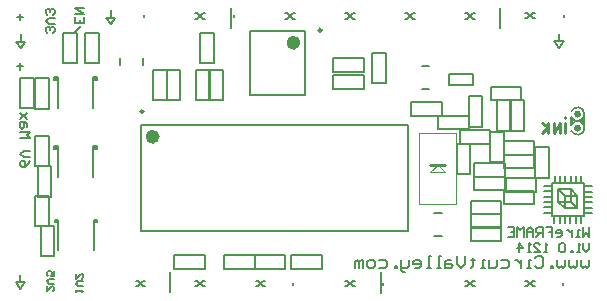
<source format=gbo>
G04 Layer_Color=32896*
%FSLAX25Y25*%
%MOIN*%
G70*
G01*
G75*
%ADD10C,0.01000*%
%ADD12C,0.00800*%
%ADD40C,0.00700*%
%ADD59C,0.00984*%
%ADD61C,0.02362*%
%ADD62C,0.00600*%
%ADD64C,0.00750*%
%ADD65C,0.00500*%
%ADD66C,0.00787*%
%ADD110C,0.00400*%
D10*
X178900Y54700D02*
Y58100D01*
X180600Y54700D02*
Y58000D01*
Y54700D02*
X182800Y58000D01*
Y54700D02*
Y58000D01*
X184500Y59700D02*
Y60100D01*
Y54800D02*
Y58100D01*
X176846Y54753D02*
X178695Y56549D01*
X176700Y58000D02*
X178695Y56549D01*
D12*
X186541Y59970D02*
G03*
X186541Y62030I2059J1030D01*
G01*
X188961Y56300D02*
G03*
X188961Y56300I-361J0D01*
G01*
Y61000D02*
G03*
X188961Y61000I-361J0D01*
G01*
X186541Y55370D02*
G03*
X186583Y57509I2059J1030D01*
G01*
X180000Y36860D02*
Y37060D01*
X177500D02*
X180000D01*
X177500Y35280D02*
X180000D01*
X177500Y31720D02*
X180000D01*
X177500Y33500D02*
X180000D01*
Y33400D02*
Y33500D01*
X177500Y28160D02*
X180000D01*
X177500Y29940D02*
X180000D01*
Y29840D02*
Y29940D01*
X180900Y27160D02*
X181100D01*
X180900Y24660D02*
Y27160D01*
X182680Y24660D02*
Y27160D01*
X186240Y24660D02*
Y27160D01*
X184460Y24660D02*
Y27160D01*
X184560D01*
X189800Y24660D02*
Y27160D01*
X188020Y24660D02*
Y27160D01*
X188120D01*
X190800Y28060D02*
Y28260D01*
Y28060D02*
X193300D01*
X190800Y29840D02*
X193300D01*
X190800Y33400D02*
X193300D01*
X190800Y31620D02*
X193300D01*
X190800D02*
Y31720D01*
Y36960D02*
X193300D01*
X190800Y35180D02*
X193300D01*
X190800D02*
Y35280D01*
X182680Y37960D02*
X182780D01*
Y40460D01*
X181000Y37960D02*
Y40460D01*
X186240Y37960D02*
X186340D01*
Y40460D01*
X184560Y37960D02*
Y40460D01*
X188120Y37960D02*
Y40460D01*
X189900Y37960D02*
Y40460D01*
X189700Y37960D02*
X189900D01*
X180000Y27160D02*
Y37960D01*
X190800D01*
Y27160D02*
Y37960D01*
X180000Y27160D02*
X190800D01*
X186500Y57400D02*
Y59970D01*
X190600Y58100D02*
Y59400D01*
X190900Y56300D02*
Y61000D01*
X192500Y12466D02*
Y10467D01*
X191833Y9800D01*
X191167Y10467D01*
X190501Y9800D01*
X189834Y10467D01*
Y12466D01*
X188501D02*
Y10467D01*
X187835Y9800D01*
X187168Y10467D01*
X186502Y9800D01*
X185836Y10467D01*
Y12466D01*
X184503D02*
Y10467D01*
X183836Y9800D01*
X183170Y10467D01*
X182503Y9800D01*
X181837Y10467D01*
Y12466D01*
X180504Y9800D02*
Y10467D01*
X179837D01*
Y9800D01*
X180504D01*
X174506Y13132D02*
X175172Y13799D01*
X176505D01*
X177172Y13132D01*
Y10467D01*
X176505Y9800D01*
X175172D01*
X174506Y10467D01*
X173173Y9800D02*
X171840D01*
X172506D01*
Y12466D01*
X173173D01*
X169841D02*
Y9800D01*
Y11133D01*
X169174Y11799D01*
X168508Y12466D01*
X167841D01*
X163176D02*
X165175D01*
X165842Y11799D01*
Y10467D01*
X165175Y9800D01*
X163176D01*
X161843Y12466D02*
Y10467D01*
X161177Y9800D01*
X159177D01*
Y12466D01*
X157844Y9800D02*
X156512D01*
X157178D01*
Y12466D01*
X157844D01*
X153846Y13132D02*
Y12466D01*
X154512D01*
X153179D01*
X153846D01*
Y10467D01*
X153179Y9800D01*
X151180Y13799D02*
Y11133D01*
X149847Y9800D01*
X148514Y11133D01*
Y13799D01*
X146515Y12466D02*
X145182D01*
X144516Y11799D01*
Y9800D01*
X146515D01*
X147181Y10467D01*
X146515Y11133D01*
X144516D01*
X143183Y9800D02*
X141850D01*
X142516D01*
Y13799D01*
X143183D01*
X139850Y9800D02*
X138517D01*
X139184D01*
Y13799D01*
X139850D01*
X134519Y9800D02*
X135852D01*
X136518Y10467D01*
Y11799D01*
X135852Y12466D01*
X134519D01*
X133852Y11799D01*
Y11133D01*
X136518D01*
X132519Y12466D02*
Y10467D01*
X131853Y9800D01*
X129853D01*
Y9133D01*
X130520Y8467D01*
X131186D01*
X129853Y9800D02*
Y12466D01*
X128521Y9800D02*
Y10467D01*
X127854D01*
Y9800D01*
X128521D01*
X122523Y12466D02*
X124522D01*
X125188Y11799D01*
Y10467D01*
X124522Y9800D01*
X122523D01*
X120523D02*
X119190D01*
X118524Y10467D01*
Y11799D01*
X119190Y12466D01*
X120523D01*
X121190Y11799D01*
Y10467D01*
X120523Y9800D01*
X117191D02*
Y12466D01*
X116525D01*
X115858Y11799D01*
Y9800D01*
Y11799D01*
X115192Y12466D01*
X114525Y11799D01*
Y9800D01*
D40*
X184017Y93400D02*
Y94100D01*
X74017Y93400D02*
Y94100D01*
X44017Y93400D02*
Y94100D01*
X61200Y92800D02*
X61900D01*
X63700Y94600D01*
X64400D01*
X63700Y92800D02*
X64400D01*
X61900Y94600D02*
X63700Y92800D01*
X61200Y94600D02*
X61900D01*
X91200Y92800D02*
X91900D01*
X93700Y94600D01*
X94400D01*
X93700Y92800D02*
X94400D01*
X91900Y94600D02*
X93700Y92800D01*
X91200Y94600D02*
X91900D01*
X111200Y92800D02*
X111900D01*
X113700Y94600D01*
X114400D01*
X113700Y92800D02*
X114400D01*
X111900Y94600D02*
X113700Y92800D01*
X111200Y94600D02*
X111900D01*
X131200Y92800D02*
X131900D01*
X133700Y94600D01*
X134400D01*
X133700Y92800D02*
X134400D01*
X131900Y94600D02*
X133700Y92800D01*
X131200Y94600D02*
X131900D01*
X151200Y92800D02*
X151900D01*
X153700Y94600D01*
X154400D01*
X153700Y92800D02*
X154400D01*
X151900Y94600D02*
X153700Y92800D01*
X151200Y94600D02*
X151900D01*
X171200Y92900D02*
X171900D01*
X173700Y94700D01*
X174400D01*
X173700Y92900D02*
X174400D01*
X171900Y94700D02*
X173700Y92900D01*
X171200Y94700D02*
X171900D01*
X183900Y4100D02*
Y4800D01*
X123900Y4100D02*
Y4800D01*
X93900Y4100D02*
Y4800D01*
X171200Y3600D02*
X171900D01*
X173700Y5400D01*
X174400D01*
X173700Y3600D02*
X174400D01*
X171900Y5400D02*
X173700Y3600D01*
X171200Y5400D02*
X171900D01*
X151200Y3600D02*
X151900D01*
X153700Y5400D01*
X154400D01*
X153700Y3600D02*
X154400D01*
X151900Y5400D02*
X153700Y3600D01*
X151200Y5400D02*
X151900D01*
X111200Y3600D02*
X111900D01*
X113700Y5400D01*
X114400D01*
X113700Y3600D02*
X114400D01*
X111900Y5400D02*
X113700Y3600D01*
X111200Y5400D02*
X111900D01*
X81300Y3700D02*
X82000D01*
X83800Y5500D01*
X84500D01*
X83800Y3700D02*
X84500D01*
X82000Y5500D02*
X83800Y3700D01*
X81300Y5500D02*
X82000D01*
X61200Y3600D02*
X61900D01*
X63700Y5400D01*
X64400D01*
X63700Y3600D02*
X64400D01*
X61900Y5400D02*
X63700Y3600D01*
X61200Y5400D02*
X61900D01*
X41300Y3600D02*
X42000D01*
X43800Y5400D01*
X44500D01*
X43800Y3600D02*
X44500D01*
X42000Y5400D02*
X43800Y3600D01*
X41300Y5400D02*
X42000D01*
X192500Y17999D02*
Y16000D01*
X191500Y15000D01*
X190501Y16000D01*
Y17999D01*
X189501Y15000D02*
X188501D01*
X189001D01*
Y17999D01*
X189501Y17499D01*
X187002Y15000D02*
Y15500D01*
X186502D01*
Y15000D01*
X187002D01*
X184503Y17499D02*
X184003Y17999D01*
X183003D01*
X182503Y17499D01*
Y15500D01*
X183003Y15000D01*
X184003D01*
X184503Y15500D01*
Y17499D01*
X178505Y15000D02*
X177505D01*
X178005D01*
Y17999D01*
X178505Y17499D01*
X174006Y15000D02*
X176005D01*
X174006Y16999D01*
Y17499D01*
X174506Y17999D01*
X175505D01*
X176005Y17499D01*
X173006Y15000D02*
X172007D01*
X172506D01*
Y17999D01*
X173006Y17499D01*
X169008Y15000D02*
Y17999D01*
X170507Y16499D01*
X168508D01*
X192500Y23399D02*
Y20200D01*
X191434Y21266D01*
X190367Y20200D01*
Y23399D01*
X189301Y20200D02*
X188235D01*
X188768D01*
Y22333D01*
X189301D01*
X186635D02*
Y20200D01*
Y21266D01*
X186102Y21800D01*
X185569Y22333D01*
X185036D01*
X181837Y20200D02*
X182903D01*
X183436Y20733D01*
Y21800D01*
X182903Y22333D01*
X181837D01*
X181304Y21800D01*
Y21266D01*
X183436D01*
X178105Y23399D02*
X180237D01*
Y21800D01*
X179171D01*
X180237D01*
Y20200D01*
X177038D02*
Y23399D01*
X175439D01*
X174906Y22866D01*
Y21800D01*
X175439Y21266D01*
X177038D01*
X175972D02*
X174906Y20200D01*
X173839D02*
Y22333D01*
X172773Y23399D01*
X171707Y22333D01*
Y20200D01*
Y21800D01*
X173839D01*
X170640Y20200D02*
Y23399D01*
X169574Y22333D01*
X168508Y23399D01*
Y20200D01*
X165309Y23399D02*
X167441D01*
Y20200D01*
X165309D01*
X167441Y21800D02*
X166375D01*
X6099Y45533D02*
X5566Y44466D01*
X4499Y43400D01*
X3433D01*
X2900Y43933D01*
Y45000D01*
X3433Y45533D01*
X3966D01*
X4499Y45000D01*
Y43400D01*
X6099Y46599D02*
X3966D01*
X2900Y47665D01*
X3966Y48732D01*
X6099D01*
X2900Y52997D02*
X6099D01*
X5033Y54063D01*
X6099Y55129D01*
X2900D01*
X5033Y56729D02*
Y57795D01*
X4499Y58328D01*
X2900D01*
Y56729D01*
X3433Y56196D01*
X3966Y56729D01*
Y58328D01*
X5033Y59395D02*
X2900Y61528D01*
X3966Y60461D01*
X5033Y61528D01*
X2900Y59395D01*
X21400Y1600D02*
Y2433D01*
Y2017D01*
X23899D01*
X23483Y1600D01*
X23899Y3683D02*
X22233D01*
X21400Y4516D01*
X22233Y5349D01*
X23899D01*
X21400Y7848D02*
Y6182D01*
X23066Y7848D01*
X23483D01*
X23899Y7431D01*
Y6598D01*
X23483Y6182D01*
X11700Y3566D02*
Y1900D01*
X13366Y3566D01*
X13783D01*
X14199Y3150D01*
Y2317D01*
X13783Y1900D01*
X14199Y4399D02*
X12533D01*
X11700Y5232D01*
X12533Y6065D01*
X14199D01*
Y8564D02*
Y6898D01*
X12950D01*
X13366Y7731D01*
Y8148D01*
X12950Y8564D01*
X12116D01*
X11700Y8148D01*
Y7315D01*
X12116Y6898D01*
X13899Y88200D02*
X14399Y88700D01*
Y89700D01*
X13899Y90199D01*
X13399D01*
X12900Y89700D01*
Y89200D01*
Y89700D01*
X12400Y90199D01*
X11900D01*
X11400Y89700D01*
Y88700D01*
X11900Y88200D01*
X14399Y91199D02*
X12400D01*
X11400Y92199D01*
X12400Y93198D01*
X14399D01*
X13899Y94198D02*
X14399Y94698D01*
Y95698D01*
X13899Y96197D01*
X13399D01*
X12900Y95698D01*
Y95198D01*
Y95698D01*
X12400Y96197D01*
X11900D01*
X11400Y95698D01*
Y94698D01*
X11900Y94198D01*
X21200Y88400D02*
X23199Y90399D01*
X24199Y93398D02*
Y91399D01*
X21200D01*
Y93398D01*
X22700Y91399D02*
Y92399D01*
X21200Y94398D02*
X24199D01*
X21200Y96397D01*
X24199D01*
D59*
X103267Y88946D02*
G03*
X103267Y88946I-492J0D01*
G01*
X43898Y61944D02*
G03*
X43898Y61944I-492J0D01*
G01*
X141931Y44069D02*
X144431D01*
X139432D02*
X141931D01*
D61*
X95098Y84793D02*
G03*
X95098Y84793I-1181J0D01*
G01*
X48130Y53479D02*
G03*
X48130Y53479I-1181J0D01*
G01*
D62*
X189454Y56300D02*
G03*
X189454Y56300I-854J0D01*
G01*
Y61000D02*
G03*
X189454Y61000I-854J0D01*
G01*
X182200Y35960D02*
X184300Y33860D01*
X182200Y31760D02*
X184300Y29660D01*
X186400Y31760D02*
X188500Y29660D01*
X186400Y35960D02*
X188500Y33860D01*
X184300D02*
X188500D01*
X184300Y29660D02*
Y33860D01*
Y29660D02*
X188500D01*
Y33860D01*
X186400Y31760D02*
Y35960D01*
X182200Y31760D02*
X186400D01*
X182200D02*
Y35960D01*
X186400D01*
X186900Y58400D02*
Y59200D01*
X186500Y59970D02*
X186541D01*
X190100Y58400D02*
Y59100D01*
X190200D01*
X190500Y59400D02*
X190600D01*
X73000Y89600D02*
Y96500D01*
X162800Y89600D02*
Y96500D01*
X123000Y1400D02*
Y8300D01*
X52800Y1600D02*
Y8500D01*
X43700Y77300D02*
Y79800D01*
X36100Y77300D02*
Y79800D01*
X136600Y69300D02*
X139100D01*
X136600Y76900D02*
X139100D01*
X140900Y20300D02*
X143400D01*
X140900Y27900D02*
X143400D01*
D64*
X2845Y4900D02*
Y7400D01*
X1289Y4900D02*
X4400D01*
X1289D02*
X2900Y2700D01*
X4400Y4900D01*
X2945Y85200D02*
Y87700D01*
X1389Y85200D02*
X4500D01*
X1389D02*
X3000Y83000D01*
X4500Y85200D01*
X1600Y93300D02*
X3700D01*
X2650Y92250D02*
Y94350D01*
X1700Y76900D02*
X3800D01*
X2750Y75850D02*
Y77950D01*
X182445Y85300D02*
Y87800D01*
X180889Y85300D02*
X184000D01*
X180889D02*
X182500Y83100D01*
X184000Y85300D01*
X32945Y93200D02*
Y95700D01*
X31389Y93200D02*
X34500D01*
X31389D02*
X33000Y91000D01*
X34500Y93200D01*
D65*
X145600Y70700D02*
X153800D01*
X145600D02*
Y74500D01*
X153800D01*
Y70700D02*
Y74500D01*
X120200Y81400D02*
X124800D01*
X120200Y71300D02*
X124800D01*
Y81400D01*
X120200Y71300D02*
Y81400D01*
X93200Y9500D02*
X103300D01*
X93200Y14100D02*
X103300D01*
Y9500D02*
Y14100D01*
X93200Y9500D02*
Y14100D01*
X47000Y65600D02*
Y75700D01*
X51600Y65600D02*
Y75700D01*
X47000Y65600D02*
X51600D01*
X47000Y75700D02*
X51600D01*
X67300Y78000D02*
Y88100D01*
X62700Y78000D02*
Y88100D01*
X67300D01*
X62700Y78000D02*
X67300D01*
X65900Y65600D02*
Y75700D01*
X70500Y65600D02*
Y75700D01*
X65900Y65600D02*
X70500D01*
X65900Y75700D02*
X70500D01*
X61400Y65600D02*
Y75700D01*
X66000Y65600D02*
Y75700D01*
X61400Y65600D02*
X66000D01*
X61400Y75700D02*
X66000D01*
X174400Y39800D02*
Y49900D01*
X179000D01*
X174400Y39800D02*
X179000D01*
Y49900D01*
X152300Y56800D02*
X156900D01*
X152300Y66900D02*
X156900D01*
X152300Y56800D02*
Y66900D01*
X156900Y56800D02*
Y66900D01*
X154232Y35568D02*
X164331D01*
X154232Y40168D02*
X164331D01*
Y35568D02*
Y40168D01*
X154232Y35568D02*
Y40168D01*
Y40069D02*
Y44668D01*
X164331Y40069D02*
Y44668D01*
X154232D02*
X164331D01*
X154232Y40069D02*
X164331D01*
X149300Y55700D02*
X159400D01*
X149300Y51100D02*
X159400D01*
X149300D02*
Y55700D01*
X159400Y51100D02*
Y55700D01*
X17000Y77900D02*
Y88000D01*
X21600Y77900D02*
Y88000D01*
X17000Y77900D02*
X21600D01*
X17000Y88000D02*
X21600D01*
X164000Y45100D02*
Y55200D01*
X159400Y45100D02*
Y55200D01*
X164000D01*
X159400Y45100D02*
X164000D01*
X148300Y40900D02*
X152900D01*
X148300Y51000D02*
X152900D01*
X148300Y40900D02*
Y51000D01*
X152900Y40900D02*
Y51000D01*
X153016Y18800D02*
X163116D01*
X153016D02*
Y23400D01*
X163116Y18800D02*
Y23400D01*
X153016D02*
X163116D01*
X153016Y27800D02*
X163116D01*
Y23200D02*
Y27800D01*
X153016Y23200D02*
Y27800D01*
Y23200D02*
X163116D01*
X152991Y32200D02*
X163091D01*
Y27600D02*
Y32200D01*
X152991Y27600D02*
Y32200D01*
Y27600D02*
X163091D01*
X164693Y39616D02*
X174793D01*
Y35016D02*
Y39616D01*
X164693Y35016D02*
Y39616D01*
Y35016D02*
X174793D01*
X164000Y52000D02*
X174100D01*
Y47400D02*
Y52000D01*
X164000Y47400D02*
Y52000D01*
Y47400D02*
X174100D01*
X164000Y42900D02*
X174100D01*
X164000D02*
Y47500D01*
X174100Y42900D02*
Y47500D01*
X164000D02*
X174100D01*
X164100Y30900D02*
X174200D01*
X164100D02*
Y35500D01*
X174200Y30900D02*
Y35500D01*
X164100D02*
X174200D01*
X142200Y60500D02*
X152300D01*
Y55900D02*
Y60500D01*
X142200Y55900D02*
Y60500D01*
Y55900D02*
X152300D01*
X166154Y65628D02*
X170754D01*
Y55528D02*
Y65628D01*
X166154Y55528D02*
Y65628D01*
Y55528D02*
X170754D01*
X159800Y65600D02*
X169900D01*
X159800D02*
Y70200D01*
X169900Y65600D02*
Y70200D01*
X159800D02*
X169900D01*
X161754Y55528D02*
X166354D01*
X161754D02*
Y65628D01*
X166354Y55528D02*
Y65628D01*
X161754D02*
X166354D01*
X15495Y15569D02*
Y25806D01*
X14313Y25412D02*
X15495D01*
X14313Y25018D02*
X15495D01*
X14313Y25806D02*
X15495D01*
X14313Y25018D02*
Y25806D01*
X27305Y25018D02*
X28487D01*
X27305Y25412D02*
X28487D01*
X27305Y15569D02*
Y25806D01*
X28487Y25018D02*
Y25806D01*
X27305D02*
X28487D01*
X7700Y33800D02*
X12300D01*
Y23700D02*
Y33800D01*
X7700Y23700D02*
Y33800D01*
Y23700D02*
X12300D01*
X15394Y39969D02*
Y50205D01*
X14213Y49812D02*
X15394D01*
X14213Y49418D02*
X15394D01*
X14213Y50205D02*
X15394D01*
X14213Y49418D02*
Y50205D01*
X27206Y49418D02*
X28387D01*
X27206Y49812D02*
X28387D01*
X27206Y39969D02*
Y50205D01*
X28387Y49418D02*
Y50205D01*
X27206D02*
X28387D01*
X27106Y72812D02*
X28287D01*
X27106Y72418D02*
X28287D01*
Y73206D01*
X14113Y72418D02*
Y73206D01*
Y72418D02*
X15294D01*
X14113Y72812D02*
X15294D01*
Y62969D02*
Y73206D01*
X14113D02*
X15294D01*
X27106D02*
X28287D01*
X27106Y62969D02*
Y73206D01*
X2800Y73000D02*
X7400D01*
X2800Y62900D02*
X7400D01*
Y73000D01*
X2800Y62900D02*
Y73000D01*
X7700Y62800D02*
X12300D01*
X7700Y72900D02*
X12300D01*
X7700Y62800D02*
Y72900D01*
X12300Y62800D02*
Y72900D01*
X143300Y60400D02*
Y65000D01*
X133200Y60400D02*
Y65000D01*
Y60400D02*
X143300D01*
X133200Y65000D02*
X143300D01*
X51600Y75700D02*
X56200D01*
X51600Y65600D02*
X56200D01*
Y75700D01*
X51600Y65600D02*
Y75700D01*
X117300Y69500D02*
Y74100D01*
X107200Y69500D02*
Y74100D01*
Y69500D02*
X117300D01*
X107200Y74100D02*
X117300D01*
Y75100D02*
Y79700D01*
X107200Y75100D02*
Y79700D01*
Y75100D02*
X117300D01*
X107200Y79700D02*
X117300D01*
X54200Y9500D02*
Y14100D01*
X64300Y9500D02*
Y14100D01*
X54200D02*
X64300D01*
X54200Y9500D02*
X64300D01*
X81000D02*
Y14100D01*
X70900Y9500D02*
Y14100D01*
Y9500D02*
X81000D01*
X70900Y14100D02*
X81000D01*
X91100D01*
X81000Y9500D02*
X91100D01*
X81000D02*
Y14100D01*
X91100Y9500D02*
Y14100D01*
X14200Y13600D02*
Y23700D01*
X9600Y13600D02*
Y23700D01*
X14200D01*
X9600Y13600D02*
X14200D01*
X13200Y33500D02*
Y43600D01*
X8600Y33500D02*
Y43600D01*
X13200D01*
X8600Y33500D02*
X13200D01*
X7700Y53700D02*
X12300D01*
Y43600D02*
Y53700D01*
X7700Y43600D02*
Y53700D01*
Y43600D02*
X12300D01*
X24500Y77900D02*
Y88000D01*
X29100Y77900D02*
Y88000D01*
X24500Y77900D02*
X29100D01*
X24500Y88000D02*
X29100D01*
D66*
X79546Y88730D02*
X97853D01*
X79546Y67470D02*
Y88730D01*
Y67470D02*
X97853D01*
Y88730D01*
X43012Y57416D02*
X131988D01*
X43012Y21983D02*
X131988D01*
X43012D02*
Y57416D01*
X131988Y21983D02*
Y57416D01*
D110*
X141931Y44069D02*
X144431Y41568D01*
X141931D02*
X144431D01*
X139432D02*
X141931D01*
X135829Y54813D02*
X148132D01*
Y31191D02*
Y54813D01*
X139432Y41568D02*
X141931Y44069D01*
X135829Y31191D02*
Y54813D01*
Y31191D02*
X148132D01*
M02*

</source>
